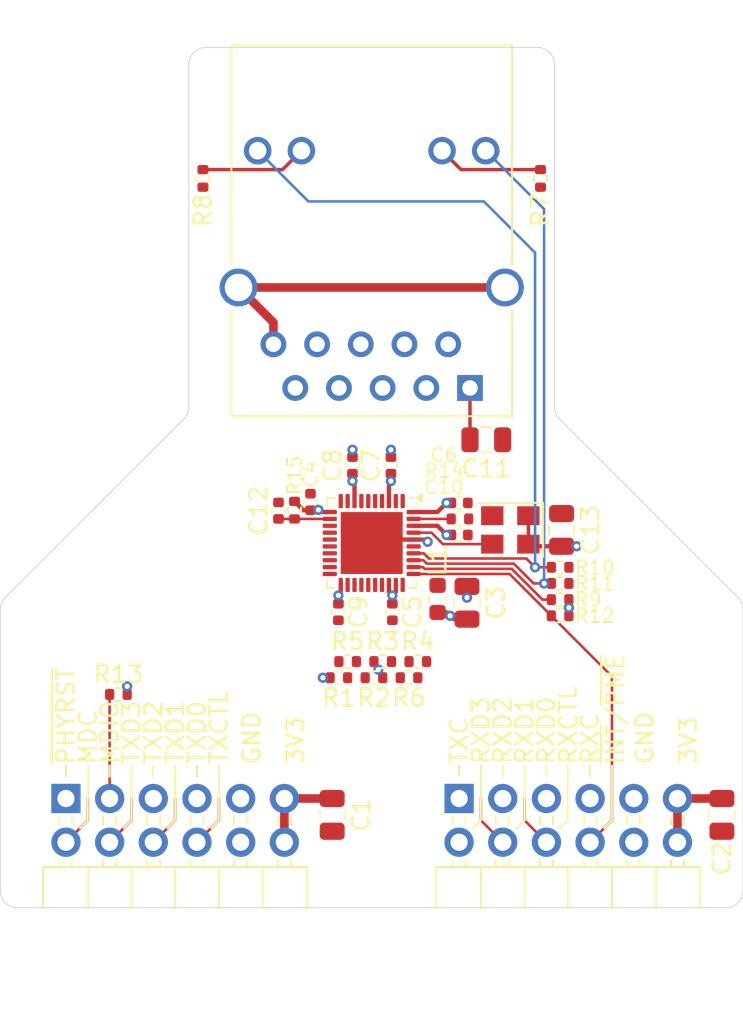
<source format=kicad_pcb>
(kicad_pcb
	(version 20240108)
	(generator "pcbnew")
	(generator_version "8.0")
	(general
		(thickness 1.6)
		(legacy_teardrops no)
	)
	(paper "A4")
	(layers
		(0 "F.Cu" signal)
		(1 "In1.Cu" signal)
		(2 "In2.Cu" signal)
		(31 "B.Cu" signal)
		(32 "B.Adhes" user "B.Adhesive")
		(33 "F.Adhes" user "F.Adhesive")
		(34 "B.Paste" user)
		(35 "F.Paste" user)
		(36 "B.SilkS" user "B.Silkscreen")
		(37 "F.SilkS" user "F.Silkscreen")
		(38 "B.Mask" user)
		(39 "F.Mask" user)
		(40 "Dwgs.User" user "User.Drawings")
		(41 "Cmts.User" user "User.Comments")
		(42 "Eco1.User" user "User.Eco1")
		(43 "Eco2.User" user "User.Eco2")
		(44 "Edge.Cuts" user)
		(45 "Margin" user)
		(46 "B.CrtYd" user "B.Courtyard")
		(47 "F.CrtYd" user "F.Courtyard")
		(48 "B.Fab" user)
		(49 "F.Fab" user)
		(50 "User.1" user)
		(51 "User.2" user)
		(52 "User.3" user)
		(53 "User.4" user)
		(54 "User.5" user)
		(55 "User.6" user)
		(56 "User.7" user)
		(57 "User.8" user)
		(58 "User.9" user)
	)
	(setup
		(stackup
			(layer "F.SilkS"
				(type "Top Silk Screen")
			)
			(layer "F.Paste"
				(type "Top Solder Paste")
			)
			(layer "F.Mask"
				(type "Top Solder Mask")
				(thickness 0.01)
			)
			(layer "F.Cu"
				(type "copper")
				(thickness 0.035)
			)
			(layer "dielectric 1"
				(type "prepreg")
				(thickness 0.1)
				(material "FR4")
				(epsilon_r 4.5)
				(loss_tangent 0.02)
			)
			(layer "In1.Cu"
				(type "copper")
				(thickness 0.035)
			)
			(layer "dielectric 2"
				(type "core")
				(thickness 1.24)
				(material "FR4")
				(epsilon_r 4.5)
				(loss_tangent 0.02)
			)
			(layer "In2.Cu"
				(type "copper")
				(thickness 0.035)
			)
			(layer "dielectric 3"
				(type "prepreg")
				(thickness 0.1)
				(material "FR4")
				(epsilon_r 4.5)
				(loss_tangent 0.02)
			)
			(layer "B.Cu"
				(type "copper")
				(thickness 0.035)
			)
			(layer "B.Mask"
				(type "Bottom Solder Mask")
				(thickness 0.01)
			)
			(layer "B.Paste"
				(type "Bottom Solder Paste")
			)
			(layer "B.SilkS"
				(type "Bottom Silk Screen")
			)
			(copper_finish "None")
			(dielectric_constraints yes)
		)
		(pad_to_mask_clearance 0)
		(allow_soldermask_bridges_in_footprints no)
		(pcbplotparams
			(layerselection 0x00010fc_ffffffff)
			(plot_on_all_layers_selection 0x0000000_00000000)
			(disableapertmacros no)
			(usegerberextensions no)
			(usegerberattributes yes)
			(usegerberadvancedattributes yes)
			(creategerberjobfile yes)
			(dashed_line_dash_ratio 12.000000)
			(dashed_line_gap_ratio 3.000000)
			(svgprecision 4)
			(plotframeref no)
			(viasonmask no)
			(mode 1)
			(useauxorigin no)
			(hpglpennumber 1)
			(hpglpenspeed 20)
			(hpglpendiameter 15.000000)
			(pdf_front_fp_property_popups yes)
			(pdf_back_fp_property_popups yes)
			(dxfpolygonmode yes)
			(dxfimperialunits yes)
			(dxfusepcbnewfont yes)
			(psnegative no)
			(psa4output no)
			(plotreference yes)
			(plotvalue yes)
			(plotfptext yes)
			(plotinvisibletext no)
			(sketchpadsonfab no)
			(subtractmaskfromsilk no)
			(outputformat 1)
			(mirror no)
			(drillshape 1)
			(scaleselection 1)
			(outputdirectory "")
		)
	)
	(net 0 "")
	(net 1 "GND")
	(net 2 "+3V3")
	(net 3 "+1V0")
	(net 4 "Net-(J1-CT)")
	(net 5 "/~{PHYRST}")
	(net 6 "/EXT_CLK")
	(net 7 "/MDI3+")
	(net 8 "/LED_LINK")
	(net 9 "/MDI1+")
	(net 10 "/MDI1-")
	(net 11 "/MDI0+")
	(net 12 "Net-(J1-Pad12)")
	(net 13 "Net-(J1-Pad13)")
	(net 14 "/MDI3-")
	(net 15 "/MDI2+")
	(net 16 "/MDI0-")
	(net 17 "/LED_ACTIVE")
	(net 18 "/MDI2-")
	(net 19 "/MDC")
	(net 20 "/MDIO")
	(net 21 "/TXD0")
	(net 22 "/TXD1")
	(net 23 "/TXD3")
	(net 24 "/TXCTL")
	(net 25 "/TXD2")
	(net 26 "/~{INT}{slash}~{PME}")
	(net 27 "/RXD3")
	(net 28 "/RXC")
	(net 29 "/RXCTL")
	(net 30 "/RXD2")
	(net 31 "/TXC")
	(net 32 "/RXD1")
	(net 33 "/RXD0")
	(net 34 "Net-(U1-REG_OUT)")
	(net 35 "Net-(U1-LED0{slash}CFG_EXT)")
	(net 36 "Net-(U1-RSET)")
	(net 37 "unconnected-(U1-CLKOUT-Pad35)")
	(net 38 "Earth")
	(footprint "Capacitor_SMD:C_0402_1005Metric" (layer "F.Cu") (at 155.11 103.33))
	(footprint "Resistor_SMD:R_0402_1005Metric" (layer "F.Cu") (at 150.1302 111.63 180))
	(footprint "Capacitor_SMD:C_0805_2012Metric" (layer "F.Cu") (at 156.665 97.8))
	(footprint "Capacitor_SMD:C_0805_2012Metric" (layer "F.Cu") (at 147.7 119.6 -90))
	(footprint "Capacitor_SMD:C_0402_1005Metric" (layer "F.Cu") (at 151.2 107.81 -90))
	(footprint "Resistor_SMD:R_0402_1005Metric" (layer "F.Cu") (at 160.955 105.21))
	(footprint "Capacitor_SMD:C_0805_2012Metric" (layer "F.Cu") (at 161.04 103.04 90))
	(footprint "Resistor_SMD:R_0402_1005Metric" (layer "F.Cu") (at 150.6402 110.69))
	(footprint "Resistor_SMD:R_0402_1005Metric" (layer "F.Cu") (at 152.6801 110.69))
	(footprint "Resistor_SMD:R_0402_1005Metric" (layer "F.Cu") (at 160.955 107.09 180))
	(footprint "lujoga:PinHeader_PMOD_02x06_P2.54mm_Horizontal" (layer "F.Cu") (at 161.43 119.92 90))
	(footprint "Resistor_SMD:R_0402_1005Metric" (layer "F.Cu") (at 140.185 82.61 -90))
	(footprint "Resistor_SMD:R_0402_1005Metric" (layer "F.Cu") (at 160.955 106.15))
	(footprint "Capacitor_SMD:C_0402_1005Metric" (layer "F.Cu") (at 146.44 101.415 90))
	(footprint "Resistor_SMD:R_0402_1005Metric" (layer "F.Cu") (at 135.27 112.6 180))
	(footprint "Capacitor_SMD:C_0402_1005Metric" (layer "F.Cu") (at 148.8824 99.29 90))
	(footprint "Capacitor_SMD:C_0402_1005Metric" (layer "F.Cu") (at 151.1176 99.29 90))
	(footprint "Oscillator:Oscillator_SMD_Abracon_ASE-4Pin_3.2x2.5mm" (layer "F.Cu") (at 158.06 103.04 180))
	(footprint "Resistor_SMD:R_0402_1005Metric" (layer "F.Cu") (at 148.09 111.63))
	(footprint "Capacitor_SMD:C_0402_1005Metric" (layer "F.Cu") (at 144.58 101.92 90))
	(footprint "Resistor_SMD:R_0402_1005Metric" (layer "F.Cu") (at 160.955 108.03 180))
	(footprint "Resistor_SMD:R_0402_1005Metric" (layer "F.Cu") (at 155.13 102.4))
	(footprint "Capacitor_SMD:C_0805_2012Metric" (layer "F.Cu") (at 155.54 107.275 90))
	(footprint "Resistor_SMD:R_0402_1005Metric" (layer "F.Cu") (at 145.51 101.89 -90))
	(footprint "lujoga:RJ45_Hanrun_HR911130A_Horizontal" (layer "F.Cu") (at 155.715 94.79 180))
	(footprint "Resistor_SMD:R_0402_1005Metric" (layer "F.Cu") (at 159.815 82.61 -90))
	(footprint "Capacitor_SMD:C_0402_1005Metric" (layer "F.Cu") (at 148.06175 107.81 -90))
	(footprint "Inductor_SMD:L_0603_1608Metric" (layer "F.Cu") (at 153.83 107.05 -90))
	(footprint "Resistor_SMD:R_0402_1005Metric" (layer "F.Cu") (at 148.6002 110.69 180))
	(footprint "Package_DFN_QFN:QFN-40-1EP_5x5mm_P0.4mm_EP3.6x3.6mm" (layer "F.Cu") (at 150 103.8 -90))
	(footprint "Capacitor_SMD:C_0805_2012Metric" (layer "F.Cu") (at 170.365 119.6 -90))
	(footprint "Capacitor_SMD:C_0402_1005Metric" (layer "F.Cu") (at 155.11 101.47))
	(footprint "Resistor_SMD:R_0402_1005Metric" (layer "F.Cu") (at 152.1701 111.63))
	(footprint "lujoga:PinHeader_PMOD_02x06_P2.54mm_Horizontal"
		(layer "F.Cu")
		(uuid "fbc42bf6-83ea-4fb2-9c99-90e3efeb75c5")
		(at 138.57 119.92 90)
		(property "Reference" "J2"
			(at -3.635 -8.62 90)
			(unlocked yes)
			(layer "F.SilkS")
			(hide yes)
			(uuid "830b6a33-05ad-4070-b3d2-e3be6e4324ea")
			(effects
				(font
					(size 1 1)
					(thickness 0.15)
				)
			)
		)
		(property "Value" "PMOD A"
			(at -3.635 8.62 90)
			(unlocked yes)
			(layer "F.Fab")
			(uuid "e02fa384-b0a2-4198-b2bb-0e06d7c417c3")
			(effects
				(font
					(size 1 1)
					(thickness 0.15)
				)
			)
		)
		(property "Footprint" "lujoga:PinHeader_PMOD_02x06_P2.54mm_Horizontal"
			(at 0 0 90)
			(unlocked yes)
			(layer "F.Fab")
			(hide yes)
			(uuid "acf1bb7e-1a18-4f1c-9aff-24f6741134c8")
			(effects
				(font
					(size 1 1)
					(thickness 0.15)
				)
			)
		)
		(property "Datasheet" ""
			(at 0 0 90)
			(unlocked yes)
			(layer "F.Fab")
			(hide yes)
			(uuid "32c5e0f4-14dd-4003-947f-08a164f224d9")
			(effects
				(font
					(size 1 1)
					(thickness 0.15)
				)
			)
		)
		(property "Description" "Generic connector, double row, 02x06, top/bottom pin numbering scheme (row 1: 1...pins_per_row, row2: pins_per_row+1 ... num_pins), script generated (kicad-library-utils/schlib/autogen/connector/)"
			(at 0 0 90)
			(unlocked yes)
			(layer "F.Fab")
			(hide yes)
			(uuid "f6a9da65-e2d4-4d7a-82c6-77d54cda2d43")
			(effects
				(font
					(size 1 1)
					(thickness 0.15)
				)
			)
		)
		(property ki_fp_filters "Connector*:*_2x??_*")
		(path "/bb989909-7536-4134-b796-04d7dcd5eabb")
		(sheetname "Stammblatt")
		(sheetfile "rgmii-pmod.kicad_sch")
		(attr through_hole)
		(fp_line
			(start -2.71 -7.68)
			(end -5.08 -7.68)
			(stroke
				(width 0.12)
				(type solid)
			)
			(layer "F.SilkS")
			(uuid "8abfdf42-a710-4e2e-a312-939311ec5df4")
		)
		(fp_line
			(start 0.227071 -6.73)
			(end -0.227071 -6.73)
			(stroke
				(width 0.12)
				(type solid)
			)
			(layer "F.SilkS")
			(uuid "3dc3a25e-8e82-4d33-bf7a-a205ef24092d")
		)
		(fp_line
			(start -2.312929 -6.73)
			(end -2.71 -6.73)
			(stroke
				(width 0.12)
				(type solid)
			)
			(layer "F.SilkS")
			(uuid "4e10f95f-b254-4ad4-930c-a30ecc60b4e4")
		)
		(fp_line
			(start 0.227071 -5.97)
			(end -0.227071 -5.97)
			(stroke
				(width 0.12)
				(type solid)
			)
			(layer "F.SilkS")
			(uuid "bfb9b1bc-ea6d-4bb1-aa30-8c9a83aa2c9e")
		)
		(fp_line
			(start -2.312929 -5.97)
			(end -2.71 -5.97)
			(stroke
				(width 0.12)
				(type solid)
			)
			(layer "F.SilkS")
			(uuid "20f3933a-05a0-494d-8ea5-373f6b69ffac")
		)
		(fp_line
			(start -2.71 -5.08)
			(end -5.08 -5.08)
			(stroke
				(width 0.12)
				(type solid)
			)
			(layer "F.SilkS")
			(uuid "779f6973-b0c7-4349-a7da-2c309741ebb2")
		)
		(fp_line
			(start 0.227071 -4.19)
			(end -0.227071 -4.19)
			(stroke
				(width 0.12)
				(type solid)
			)
			(layer "F.SilkS")
			(uuid "8909b67a-b705-4d2f-9b19-4e3462d971d7")
		)
		(fp_line
			(start -2.312929 -4.19)
			(end -2.71 -4.19)
			(stroke
				(width 0.12)
				(type solid)
			)
			(layer "F.SilkS")
			(uuid "fc5db768-0d92-4069-8655-43be8ef3b973")
		)
		(fp_line
			(start 0.227071 -3.43)
			(end -0.227071 -3.43)
			(stroke
				(width 0.12)
				(type solid)
			)
			(layer "F.SilkS")
			(uuid "392b2bd9-f807-4ed3-958a-b654a304501b")
		)
		(fp_line
			(start -2.312929 -3.43)
			(end -2.71 -3.43)
			(stroke
				(width 0.12)
				(type solid)
			)
			(layer "F.SilkS")
			(uuid "e3bd8e0a-71bc-487c-8160-6a24a080e2d6")
		)
		(fp_line
			(start -2.71 -2.54)
			(end -5.08 -2.54)
			(stroke
				(width 0.12)
				(type solid)
			)
			(layer "F.SilkS")
			(uuid "bbe4e131-6d04-4f4d-b146-e5e1e54c8e63")
		)
		(fp_line
			(start 0.227071 -1.65)
			(end -0.227071 -1.65)
			(stroke
				(width 0.12)
				(type solid)
			)
			(layer "F.SilkS")
			(uuid "0f9cf26d-f61c-453a-89d2-5c210b8234b0")
		)
		(fp_line
			(start -2.312929 -1.65)
			(end -2.71 -1.65)
			(stroke
				(width 0.12)
				(type solid)
			)
			(layer "F.SilkS")
			(uuid "6f2c05e8-7ed7-45c7-a9b3-1f231be91845")
		)
		(fp_line
			(start 0.227071 -0.89)
			(end -0.227071 -0.89)
			(stroke
				(width 0.12)
				(type solid)
			)
			(layer "F.SilkS")
			(uuid "5b014cbb-2ef4-464f-813f-3f160f0c3dda")
		)
		(fp_line
			(start -2.312929 -0.89)
			(end -2.71 -0.89)
			(stroke
				(width 0.12)
				(type solid)
			)
			(layer "F.SilkS")
			(uuid "159b2c34-41b9-44a4-874b-2a068fbda732")
		)
		(fp_line
			(start -2.71 0)
			(end -5.08 0)
			(stroke
				(width 0.12)
				(type solid)
			)
			(layer "F.SilkS")
			(uuid "4996319c-3263-4018-ae53-52849c0ca65b")
		)
		(fp_line
			(start 0.227071 0.89)
			(end -0.227071 0.89)
			(stroke
				(width 0.12)
				(type solid)
			)
			(layer "F.SilkS")
			(uuid "d3e8185c-b9d3-4e09-9df8-72bd2879031c")
		)
		(fp_line
			(start -2.312929 0.89)
			(end -2.71 0.89)
			(stroke
				(width 0.12)
				(type solid)
			)
			(layer "F.SilkS")
			(uuid "ff79315c-a4b9-439f-8a06-585a0bb4d651")
		)
		(fp_line
			(start 0.227071 1.65)
			(end -0.227071 1.65)
			(stroke
				(width 0.12)
				(type solid)
			)
			(layer "F.SilkS")
			(uuid "04decbb0-bea1-49f4-8000-75a9f933feb9")
		)
		(fp_line
			(start -2.312929 1.65)
			(end -2.71 1.65)
			(stroke
				(width 0.12)
				(type solid)
			)
			(layer "F.SilkS")
			(uuid "2f3c44cf-3a24-43d5-81af-47dc5951bc55")
		)
		(fp_line
			(start -2.71 2.54)
			(end -5.08 2.54)
			(stroke
				(width 0.12)
				(type solid)
			)
			(layer "F.SilkS")
			(uuid "b397508a-acca-41b8-ba07-c9eda7dbf5b2")
		)
		(fp_line
			(start 0.227071 3.43)
			(end -0.227071 3.43)
			(stroke
				(width 0.12)
				(type solid)
			)
			(layer "F.SilkS")
			(uuid "2be510db-56bf-4e3a-9e72-a4fb2ad6369b")
		)
		(fp_line
			(start -2.312929 3.43)
			(end -2.71 3.43)
			(stroke
				(width 0.12)
				(type solid)
			)
			(layer "F.SilkS")
			(uuid "a28c7933-76db-4a7a-8696-9ad8f944204a")
		)
		(fp_line
			(start 0.227071 4.19)
			(end -0.227071 4.19)
			(stroke
				(width 0.12)
				(type solid)
			)
			(layer "F.SilkS")
			(uuid "83448459-320a-4c05-997d-52ae580c377f")
		)
		(fp_line
			(start -2.312929 4.19)
			(end -2.71 4.19)
			(stroke
				(width 0.12)
				(type solid)
			)
			(layer "F.SilkS")
			(uuid "667873e3-64a9-4363-80b7-1e810cbe32bb")
		)
		(fp_line
			(start -2.71 5.08)
			(end -5.08 5.08)
			(stroke
				(width 0.12)
				(type solid)
			)
			(layer "F.SilkS")
			(uuid "837a2cd9-3ab4-4039-9ca6-cfa4f6710675")
		)
		(fp_line
			(start 0.16 5.97)
			(end -0.227071 5.97)
			(stroke
				(width 0.12)
				(type solid)
			)
			(layer "F.SilkS")
			(uuid "92a3e6c8-881f-4b4a-b208-6833c3ad62a4")
		)
		(fp_line
			(start -2.312929 5.97)
			(end -2.71 5.97)
			(stroke
				(width 0.12)
				(type solid)
			)
			(layer "F.SilkS")
			(uuid "1e600bac-ec89-47f1-a42c-c423ae0a1a0f")
		)
		(fp_line
			(start 0.16 6.73)
			(end -0.227071 6.73)
			(stroke
				(width 0.12)
				(type solid)
			)
			(layer "F.SilkS")
			(uuid "ca4f1dc1-1bd4-40c3-b3bb-c3391e1db423")
		)
		(fp_line
			(start -2.312929 6.73)
			(end -2.71 6.73)
			(stroke
				(width 0.12)
				(type solid)
			)
			(layer "F.SilkS")
			(uuid "1f942e14-aff1-43af-a76f-19ca02ff063c")
		)
		(fp_line
			(start -2.71 7.68)
			(end -2.71 -7.68)
			(stroke
				(width 0.12)
				(type solid)
			)
			(layer "F.SilkS")
			(uuid "19a353bb-eb71-4277-813e-3a42c42808dc")
		)
		(fp_line
			(start -5.08 7.68)
			(end -2.71 7.68)
			(stroke
				(width 0.12)
				(type solid)
			)
			(layer "F.SilkS")
			(uuid "2f4575e2-1abc-4bd2-bab9-c889188b710e")
		)
		(fp_line
			(start -5.08 7.62)
			(end -5.08 -7.62)
			(stroke
				(width 0.1)
				(type default)
			)
			(layer "Dwgs.User")
			(uuid "a93fda30-7c85-417e-8c0f-1a453e244e92")
		)
		(fp_line
			(start 3.07 -8.15)
			(end -11.83 -8.15)
			(stroke
				(width 0.05)
				(type solid)
			)
			(layer "F.CrtYd")
			(uuid "712fda83-9c8c-43d7-a291-6462bd2b2ce2")
		)
		(fp_line
			(start -11.83 -8.15)
			(end -11.83 8.15)
			(stroke
				(width 0.05)
				(type solid)
			)
			(layer "F.CrtYd")
			(uuid "59cbb2ec-c095-48ac-9846-a9d8ec902573")
		)
		(fp_line
			(start 3.07 8.15)
			(end 3.07 -8.15)
			(stroke
				(width 0.05)
				(type solid)
			)
			(layer "F.CrtYd")
			(uuid "d776a1eb-3569-4399-bc07-a2c97072a746")
		)
		(fp_line
			(start -11.83 8.15)
			(end 3.07 8.15)
			(stroke
				(width 0.05)
				(type solid)
			)
			(layer "F.CrtYd")
			(uuid "dc4fc2e5-4324-466b-880f-009ce2170d65")
		)
		(fp_line
			(start -3.405 -7.62)
			(end -2.77 -6.985)
			(stroke
				(width 0.1)
				(type solid)
			)
			(layer "F.Fab")
			(uuid "5370868d-1d2e-40c7-93c8-f4d3be37a098")
		)
		(fp_line
			(start -5.31 -7.62)
			(end -3.405 -7.62)
			(stroke
				(width 0.1)
				(type solid)
			)
			(layer "F.Fab")
			(uuid "f42a2947-b472-4f1d-81b3-f25ad39e01ba")
		)
		(fp_line
			(start -2.77 -6.985)
			(end -2.77 7.62)
			(stroke
				(width 0.1)
				(type solid)
			)
			(layer "F.Fab")
			(uuid "e0b9c259-7bdd-4f6a-83d6-646d5e0f45b6")
		)
		(fp_line
			(start 1.59 -6.67)
			(end -2.77 -6.67)
			(stroke
				(width 0.1)
				(type solid)
			)
			(layer "F.Fab")
			(uuid "bff60260-2a6b-4ab6-8d89-c14e59de6efb")
		)
		(fp_line
			(start -5.31 -6.67)
			(end -11.31 -6.67)
			(stroke
				(width 0.1)
				(type solid)
			)
			(layer "F.Fab")
			(uuid "db9dfc55-edd4-413e-8903-181efedf538b")
		)
		(fp_line
			(start 1.59 -6.03)
			(end 1.59 -6.67)
			(stroke
				(width 0.1)
				(type solid)
			)
			(layer "F.Fab")
			(uuid "a1faeb1b-4f87-4c7c-a749-ac5d93b0d218")
		)
		(fp_line
			(start 1.59 -6.03)
			(end -2.77 -6.03)
			(stroke
				(width 0.1)
				(type solid)
			)
			(layer "F.Fab")
			(uuid "8dd3d72b-da5c-45a0-8272-06b14a17ab26")
		)
		(fp_line
			(start -5.31 -6.03)
			(end -11.31 -6.03)
			(stroke
				(width 0.1)
				(type solid)
			)
			(layer "F.Fab")
			(uuid "74da6d77-afad-4dcc-950e-9b4cbd161a36")
		)
		(fp_line
			(start -11.31 -6.03)
			(end -11.31 -6.67)
			(stroke
				(width 0.1)
				(type solid)
			)
			(layer "F.Fab")
			(uuid "353f9a45-9c64-4faf-a45c-ddf23f899f3f")
		)
		(fp_line
			(start 1.59 -4.13)
			(end -2.77 -4.13)
			(stroke
				(width 0.1)
				(type solid)
			)
			(layer "F.Fab")
			(uuid "a8a30374-a3c2-4577-afd1-333e538f5cc9")
		)
		(fp_line
			(start -5.31 -4.13)
			(end -11.31 -4.13)
			(stroke
				(width 0.1)
				(type solid)
			)
			(layer "F.Fab")
			(uuid "17ea6237-2a6a-4b8c-8747-ef790ce9b5d6")
		)
		(fp_line
			(start 1.59 -3.49)
			(end 1.59 -4.13)
			(stroke
				(width 0.1)
				(type solid)
			)
			(layer "F.Fab")
			(uuid "7394a0d9-67f9-47fd-a355-d94df5e6dedb")
		)
		(fp_line
			(start 1.59 -3.49)
			(end -2.77 -3.49)
			(stroke
				(width 0.1)
				(type solid)
			)
			(layer "F.Fab")
			(uuid "bcaadf79-e032-40bf-8503-b290eb411b50")
		)
		(fp_line
			(start -5.31 -3.49)
			(end -11.31 -3.49)
			(stroke
				(width 0.1)
				(type solid)
			)
			(layer "F.Fab")
			(uuid "19b92898-54b4-4410-b8e5-ab470d777176")
		)
		(fp_line
			(start -11.31 -3.49)
			(end -11.31 -4.13)
			(stroke
				(width 0.1)
				(type solid)
			)
			(layer "F.Fab")
			(uuid "34981341-b871-468a-8646-1745bb8b00f6")
		)
		(fp_line
			(start 1.59 -1.59)
			(end -2.77 -1.59)
			(stroke
				(width 0.1)
				(type solid)
			)
			(layer "F.Fab")
			(uuid "179ae1f8-cef2-4655-a838-bc843625a8bf")
		)
		(fp_line
			(start -5.31 -1.59)
			(end -11.31 -1.59)
			(stroke
				(width 0.1)
				(type solid)
			)
			(layer "F.Fab")
			(uuid "748e4ccf-cebf-41ab-8d9f-cdfc26950355")
		)
		(fp_line
			(start 1.59 -0.95)
			(end 1.59 -1.59)
			(stroke
				(width 0.1)
				(type solid)
			)
			(layer "F.Fab")
			(uuid "6a292eb2-57db-4a0e-a727-6c7aa8517bdf")
		)
		(fp_line
			(start 1.59 -0.95)
			(end -2.77 -0.95)
			(stroke
				(width 0.1)
				(type solid)
			)
			(layer "F.Fab")
			(uuid "eaa54155-c844-4cfd-ac24-12d99b852f10")
		)
		(fp_line
			(start -5.31 -0.95)
			(end -11.31 -0.95)
			(stroke
				(width 0.1)
				(type solid)
			)
			(layer "F.Fab")
			(uuid "75280a69-c66d-4811-83af-21ec3ef6e2de")
		)
		(fp_line
			(start -11.31 -0.95)
			(end -11.31 -1.59)
			(stroke
				(width 0.1)
				(type solid)
			)
			(layer "F.Fab")
			(uuid "61f1e35f-4058-461c-a20a-6d1db8f213e6")
		)
		(fp_line
			(start 1.59 0.95)
			(end -2.77 0.95)
			(stroke
				(width 0.1)
				(type solid)
			)
			(layer "F.Fab")
			(uuid "991b6877-d449-4039-bcd8-fa4278667494")
		)
		(fp_line
			(start -5.31 0.95)
			(end -11.31 0.95)
			(stroke
				(width 0.1)
				(type solid)
			)
			(layer "F.Fab")
			(uuid "7a8a51e7-fec8-492f-b234-5f1ef2fe7201")
		)
		(fp_line
			(start 1.59 1.59)
			(end 1.59 0.95)
			(stroke
				(width 0.1)
				(type solid)
			)
			(layer "F.Fab")
			(uuid "4a58c994-8ab9-4c13-8c91-70d6657b5e81")
		)
		(fp_line
			(start 1.59 1.59)
			(end -2.77 1.59)
			(stroke
				(width 0.1)
				(type solid)
			)
			(layer "F.Fab")
			(uuid "3cf8976e-c1ac-46e1-af35-6d756779b3af")
		)
		(fp_line
			(start -5.31 1.59)
			(end -11.31 1.59)
			(stroke
				(width 0.1)
				(type solid)
			)
			(layer "F.Fab")
			(uuid "024f7e3a-d855-4955-99b3-d44866d1295a")
		)
		(fp_line
			(start -11.31 1.59)
			(end -11.31 0.95)
			(stroke
				(width 0.1)
				(type solid)
			)
			(layer "F.Fab")
			(uuid "80e89b92-789f-41da-917f-379b609d7f91")
		)
		(fp_line
			(start 1.59 3.49)
			(end -2.77 3.49)
			(stroke
				(width 0.1)
				(type solid)
			)
			(layer "F.Fab")
			(uuid "ed19fbf7-8813-4303-95d9-7a43cfdcad70")
		)
		(fp_line
			(start -5.31 3.49)
			(end -11.31 3.49)
			(stroke
				(width 0.1)
				(type solid)
			)
			(layer "F.Fab")
			(uuid "8d73470d-c200-4ed7-8916-33e95a308006")
		)
		(fp_line
			(start 1.59 4.13)
			(end 1.59 3.49)
			(stroke
				(width 0.1)
				(type solid)
			)
			(layer "F.Fab")
			(uuid "2b868139-17b9-4276-acdb-17713f4f51fb")
		)
		(fp_line
			(start 1.59 4.13)
			(end -2.77 4.13)
			(stroke
				(width 0.1)
				(type solid)
			)
			(layer "F.Fab")
			(uuid "b2a6ef19-7b8b-46d8-82fa-ae93598b5605")
		)
		(fp_line
			(start -5.31 4.13)
			(end -11.31 4.13)
			(stroke
				(width 0.1)
				(type solid)
			)
			(layer "F.Fab")
			(uuid "d0af457d-1947-4dfb-9266-4bc3a9812f07")
		)
		(fp_line
			(start -11.31 4.13)
			(end -11.31 3.49)
			(stroke
				(width 0.1)
				(type solid)
			)
			(layer "F.Fab")
			(uuid "a680cdb4-7e0c-4e65-a951-305a9872e047")
		)
		(fp_line
			(start 1.59 6.03)
			(end -2.77 6.03)
			(stroke
				(width 0.1)
				(type solid)
			)
			(layer "F.Fab")
			(uuid "ecb797d4-e2d8-4063-b461-2c2a9a93daa1")
		)
		(fp_line
			(start -5.31 6.03)
			(end -11.31 6.03)
			(stroke
				(width 0.1)
				(type solid)
			)
			(layer "F.Fab")
			(uuid "c9ba02d5-de69-406a-ab44-dbe6fc622796")
		)
		(fp_line
			(start 1.59 6.67)
			(end 1.59 6.03)
			(stroke
				(width 0.1)
				(type solid)
			)
			(layer "F.Fab")
			(uuid "9590be10-5e46-4cb8-b510-5c79fc59aa72")
		)
		(fp_line
			(start 1.59 6.67)
			(end -2.77 6.67)
			(stroke
				(width 0.1)
				(type solid)
			)
			(layer "F.Fab")
			(uuid "9e47d797-e243-4be9-9bc6-0ae5aa9f98ad")
		)
		(fp_line
			(start -5.31 6.67)
			(end -11.31 6.67)
			(stroke
				(width 0.1)
				(type solid)
			)
			(layer "F.Fab")
			(uuid "03ba0b11-6a4b-4476-b8f0-d904bc90b1ee")
		)
		(fp_line
			(start -11.31 6.67)
			(end -11.31 6.03)
			(stroke
				(width 0.1)
				(type solid)
			)
			(layer "F.Fab")
			(uuid "7c3b8679-d52e-4205-ab04-4370a9cc2793")
		)
		(fp_line
			(start -2.77 7.62)
			(end -5.31 7.62)
			(stroke
				(width 0.1)
				(type solid)
			)
			(layer "F.Fab")
			(uuid "e37f506c-0504-43f2-ac3b-ba44114ee2e0")
		)
		(fp_line
			(start -5.31 7.62)
			(end -5.31 -7.62)
			(stroke
				(width 0.1)
				(type solid)
			)
			(layer "F.Fab")
			(uuid "2c7ac499-793d-4629-a8e2-91e8ff0ee73e")
		)
		(fp_text user "PCB edge"
			(at -5.08 0 0)
			(layer "Cmts.User")
			(uuid "7ea288b1-0139-4b41-a6aa-e7a0db2a769e")
			(effects
				(font
					(size 1 1)
					(thickness 0.15)
				)
				(justify top)
			)
		)
		(fp_text user "${REFERENCE}"
			(at -4.04 0 0)
			(layer "F.Fab")
			(uuid "128505f4-5672-48bc-982d-816cad23e6c8")
			(effects
				(font
					(size 1 1)
					(thickness 0.15)
				)
			)
		)
		(pad "1" thru_hole rect
			(at 1.27 -6.35 270)
			(size 1.7 1.7)
			(drill 1)
			(layers "*.Cu" "*.Mask")
			(remove_unused_layers no)
			(net 5 "/~{PHYRST}")
			(pinfunction "Pin_1")
			(pintype "passive")
			(uuid "3fa985ec-487b-4242-9523-0fbe8a08b8a0")
		)
		(pad "2" thru_hole oval
			(at 1.27 -3.81 270)
			(size 1.7 1.7)
			(drill 1)
			(layers "*.Cu" "*.Mask")
			(remove_unused_layers no)
			(net 20 "/MDIO")
			(pinfunction "Pin_2")
			(pintype "passive")
			(uuid "394090f3-e7e8-4303-a4a2-291168f6f614")
		)
		(pad "3" thru_hole oval
			(at 1.27 -1.27 270)
			(size 1.7 1.7)
			(drill 1)
			(layers "*.Cu" "*.Mask")
			(remove_unused_layers no)
			(net 25 "/TXD2")
			(pinfunction "Pin_3")
			(pintype "passive")
			(uuid "d29bd436-d068-4e56-8ba5-35011d29b844")
		)
		(pad "4" thru_hole oval
			(at 1.27 1.27 270)
			(size 1.7 1.7)
			(drill 1)
			(layers "*.Cu" "*.Mask")
			(remove_unused_layers no)
			(net 21 "/TXD0")
			(pinfunction "Pin_4")
			(pintype "passive")
			(uuid "3e6a00cb-473e-435f-8ece-ab388ce3078c")
		)
		(pad "5" thru_hole oval
			(at 1.27 3.81 270)
			(size 1.7 1.7)
			(drill 1)
			(layers "*.Cu" "*.Mask")
			(remove_unused_layers no)
			(net 1 "GND")
			(pinfunction "Pin_5")
			(pintype "passive")
			(uuid "ee820703-d3e2-4369-a934-27f3abb79e50")
		)
		(pad "6" thru_hole oval
			(at 1.27 6.35 270)
			(size 1.7 1.7)
			(drill 1)
			(layers "*.Cu" "*.Mask")
			(remove_unused_layers no)
			(net 2 "+3V3")
			(pinfunction "Pin_6")
			(pintype "passive")
			(uuid "89906bdf-6efc-4cd8-a178-76f86c5b13e3")
		)
		(pad "7" thru_hole oval
			(at -1.27 -6.35 270)
			(size 1.7 1.7)
			(drill 1)
			(layers "*.Cu" "*.Mask")
			(remove_unused_layers no)
			(net 19 "/MDC")
			(pinfunction "Pin_7")
			(pintype "passive")
			(uuid "2456f048-f9cf-4207-9ad6-98eeefd55b1a")
		)
		(pad "8" thru_hole oval
			(at -1.27 -3.81 270)
			(size 1.7 1.7)
			(drill 1)
			(layers "*.Cu" "*.Mask")
			(remove_unused_layers no)
			(net 23 "/TXD3")
			(pinfunction "Pin_8")
			(pintype "passive")
			(uuid "4eb9f773-f7a7-482e-900c-9b9020c4421e")
		)
		(pad "9" thru_hole oval
			(at -1.27 -1.27 270)
			(size 1.7 1.7)
			(drill 1)
			(layers "*.Cu" "*.Mask")
			(remove_unused_layers no)
			(net 22 "/TXD1")
			(pinfunction "Pin_9")
			(pintype "passive")
			(uuid "4b2e3137-a35e-4216-a476-fa2024d37c39")
		)
		(pad "10" thru_hole oval
			(at -1.27 1.27 270)
			(
... [28702 chars truncated]
</source>
